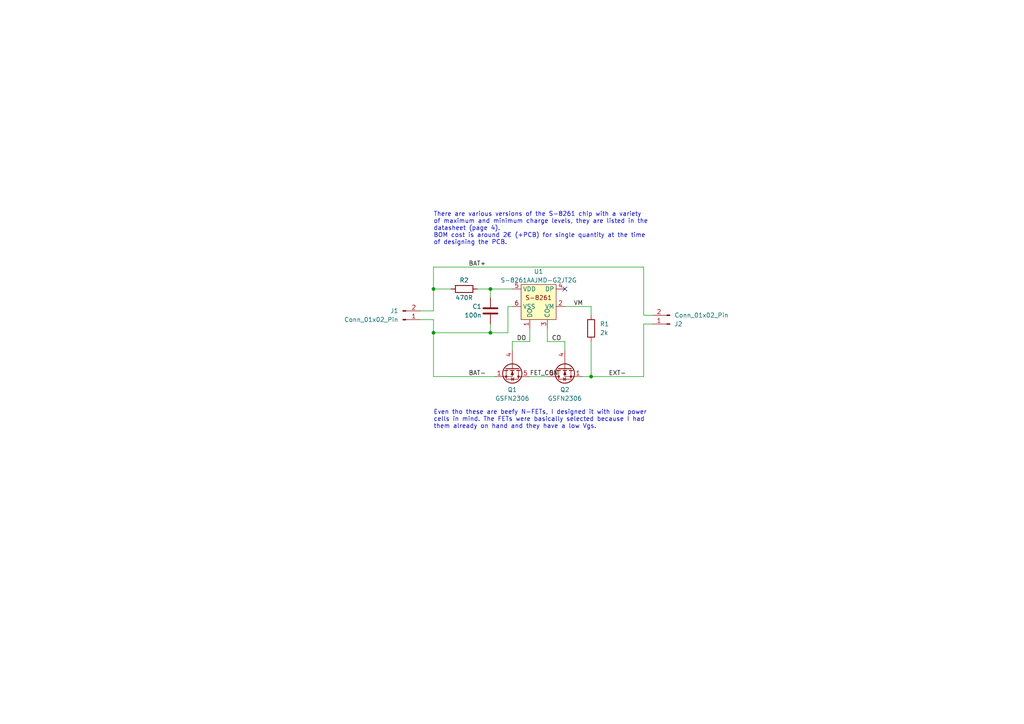
<source format=kicad_sch>
(kicad_sch (version 20230121) (generator eeschema)

  (uuid ccfa7a0a-336f-4443-b430-e012494cd19e)

  (paper "A4")

  (title_block
    (title "battery-protection")
    (date "2023-11-05")
    (rev "2")
    (company "tbe")
    (comment 1 "Can be used to protect small LiPo-cells that sometimes come without a protection-circuit.")
  )

  (lib_symbols
    (symbol "Connector:Conn_01x02_Pin" (pin_names (offset 1.016) hide) (in_bom yes) (on_board yes)
      (property "Reference" "J" (at 0 2.54 0)
        (effects (font (size 1.27 1.27)))
      )
      (property "Value" "Conn_01x02_Pin" (at 0 -5.08 0)
        (effects (font (size 1.27 1.27)))
      )
      (property "Footprint" "" (at 0 0 0)
        (effects (font (size 1.27 1.27)) hide)
      )
      (property "Datasheet" "~" (at 0 0 0)
        (effects (font (size 1.27 1.27)) hide)
      )
      (property "ki_locked" "" (at 0 0 0)
        (effects (font (size 1.27 1.27)))
      )
      (property "ki_keywords" "connector" (at 0 0 0)
        (effects (font (size 1.27 1.27)) hide)
      )
      (property "ki_description" "Generic connector, single row, 01x02, script generated" (at 0 0 0)
        (effects (font (size 1.27 1.27)) hide)
      )
      (property "ki_fp_filters" "Connector*:*_1x??_*" (at 0 0 0)
        (effects (font (size 1.27 1.27)) hide)
      )
      (symbol "Conn_01x02_Pin_1_1"
        (polyline
          (pts
            (xy 1.27 -2.54)
            (xy 0.8636 -2.54)
          )
          (stroke (width 0.1524) (type default))
          (fill (type none))
        )
        (polyline
          (pts
            (xy 1.27 0)
            (xy 0.8636 0)
          )
          (stroke (width 0.1524) (type default))
          (fill (type none))
        )
        (rectangle (start 0.8636 -2.413) (end 0 -2.667)
          (stroke (width 0.1524) (type default))
          (fill (type outline))
        )
        (rectangle (start 0.8636 0.127) (end 0 -0.127)
          (stroke (width 0.1524) (type default))
          (fill (type outline))
        )
        (pin passive line (at 5.08 0 180) (length 3.81)
          (name "Pin_1" (effects (font (size 1.27 1.27))))
          (number "1" (effects (font (size 1.27 1.27))))
        )
        (pin passive line (at 5.08 -2.54 180) (length 3.81)
          (name "Pin_2" (effects (font (size 1.27 1.27))))
          (number "2" (effects (font (size 1.27 1.27))))
        )
      )
    )
    (symbol "Device:C" (pin_numbers hide) (pin_names (offset 0.254)) (in_bom yes) (on_board yes)
      (property "Reference" "C" (at 0.635 2.54 0)
        (effects (font (size 1.27 1.27)) (justify left))
      )
      (property "Value" "C" (at 0.635 -2.54 0)
        (effects (font (size 1.27 1.27)) (justify left))
      )
      (property "Footprint" "" (at 0.9652 -3.81 0)
        (effects (font (size 1.27 1.27)) hide)
      )
      (property "Datasheet" "~" (at 0 0 0)
        (effects (font (size 1.27 1.27)) hide)
      )
      (property "ki_keywords" "cap capacitor" (at 0 0 0)
        (effects (font (size 1.27 1.27)) hide)
      )
      (property "ki_description" "Unpolarized capacitor" (at 0 0 0)
        (effects (font (size 1.27 1.27)) hide)
      )
      (property "ki_fp_filters" "C_*" (at 0 0 0)
        (effects (font (size 1.27 1.27)) hide)
      )
      (symbol "C_0_1"
        (polyline
          (pts
            (xy -2.032 -0.762)
            (xy 2.032 -0.762)
          )
          (stroke (width 0.508) (type default))
          (fill (type none))
        )
        (polyline
          (pts
            (xy -2.032 0.762)
            (xy 2.032 0.762)
          )
          (stroke (width 0.508) (type default))
          (fill (type none))
        )
      )
      (symbol "C_1_1"
        (pin passive line (at 0 3.81 270) (length 2.794)
          (name "~" (effects (font (size 1.27 1.27))))
          (number "1" (effects (font (size 1.27 1.27))))
        )
        (pin passive line (at 0 -3.81 90) (length 2.794)
          (name "~" (effects (font (size 1.27 1.27))))
          (number "2" (effects (font (size 1.27 1.27))))
        )
      )
    )
    (symbol "Device:R" (pin_numbers hide) (pin_names (offset 0)) (in_bom yes) (on_board yes)
      (property "Reference" "R" (at 2.032 0 90)
        (effects (font (size 1.27 1.27)))
      )
      (property "Value" "R" (at 0 0 90)
        (effects (font (size 1.27 1.27)))
      )
      (property "Footprint" "" (at -1.778 0 90)
        (effects (font (size 1.27 1.27)) hide)
      )
      (property "Datasheet" "~" (at 0 0 0)
        (effects (font (size 1.27 1.27)) hide)
      )
      (property "ki_keywords" "R res resistor" (at 0 0 0)
        (effects (font (size 1.27 1.27)) hide)
      )
      (property "ki_description" "Resistor" (at 0 0 0)
        (effects (font (size 1.27 1.27)) hide)
      )
      (property "ki_fp_filters" "R_*" (at 0 0 0)
        (effects (font (size 1.27 1.27)) hide)
      )
      (symbol "R_0_1"
        (rectangle (start -1.016 -2.54) (end 1.016 2.54)
          (stroke (width 0.254) (type default))
          (fill (type none))
        )
      )
      (symbol "R_1_1"
        (pin passive line (at 0 3.81 270) (length 1.27)
          (name "~" (effects (font (size 1.27 1.27))))
          (number "1" (effects (font (size 1.27 1.27))))
        )
        (pin passive line (at 0 -3.81 90) (length 1.27)
          (name "~" (effects (font (size 1.27 1.27))))
          (number "2" (effects (font (size 1.27 1.27))))
        )
      )
    )
    (symbol "S-8261:S-8261" (in_bom yes) (on_board yes)
      (property "Reference" "U" (at 0 3.81 0)
        (effects (font (size 1.27 1.27)))
      )
      (property "Value" "" (at 0 0 0)
        (effects (font (size 1.27 1.27)))
      )
      (property "Footprint" "" (at 0 0 0)
        (effects (font (size 1.27 1.27)) hide)
      )
      (property "Datasheet" "" (at 0 0 0)
        (effects (font (size 1.27 1.27)) hide)
      )
      (symbol "S-8261_1_1"
        (rectangle (start -5.08 2.54) (end 5.08 -7.62)
          (stroke (width 0) (type default))
          (fill (type background))
        )
        (text "S-8261" (at 0 -1.27 0)
          (effects (font (size 1.27 1.27)))
        )
        (pin passive line (at -2.54 -10.16 90) (length 2.54)
          (name "DO" (effects (font (size 1.27 1.27))))
          (number "1" (effects (font (size 1.27 1.27))))
        )
        (pin passive line (at 7.62 -3.81 180) (length 2.54)
          (name "VM" (effects (font (size 1.27 1.27))))
          (number "2" (effects (font (size 1.27 1.27))))
        )
        (pin passive line (at 2.54 -10.16 90) (length 2.54)
          (name "CO" (effects (font (size 1.27 1.27))))
          (number "3" (effects (font (size 1.27 1.27))))
        )
        (pin passive line (at 7.62 1.27 180) (length 2.54)
          (name "DP" (effects (font (size 1.27 1.27))))
          (number "4" (effects (font (size 1.27 1.27))))
        )
        (pin passive line (at -7.62 1.27 0) (length 2.54)
          (name "VDD" (effects (font (size 1.27 1.27))))
          (number "5" (effects (font (size 1.27 1.27))))
        )
        (pin passive line (at -7.62 -3.81 0) (length 2.54)
          (name "VSS" (effects (font (size 1.27 1.27))))
          (number "6" (effects (font (size 1.27 1.27))))
        )
      )
    )
    (symbol "Transistor_FET:CSD19537Q3" (pin_names hide) (in_bom yes) (on_board yes)
      (property "Reference" "Q" (at 5.08 1.905 0)
        (effects (font (size 1.27 1.27)) (justify left))
      )
      (property "Value" "CSD19537Q3" (at 5.08 0 0)
        (effects (font (size 1.27 1.27)) (justify left))
      )
      (property "Footprint" "Package_SON:VSON-8_3.3x3.3mm_P0.65mm_NexFET" (at 5.08 -1.905 0)
        (effects (font (size 1.27 1.27) italic) (justify left) hide)
      )
      (property "Datasheet" "http://www.ti.com/lit/ds/symlink/csd19537q3.pdf" (at 0 0 90)
        (effects (font (size 1.27 1.27)) (justify left) hide)
      )
      (property "ki_keywords" "NexFET Power MOSFET N-MOS" (at 0 0 0)
        (effects (font (size 1.27 1.27)) hide)
      )
      (property "ki_description" "50A Id, 100V Vds, NexFET N-Channel Power MOSFET, 13mOhm Ron, Qg Typ 16.0nC, VSON8 3.3x3.3mm" (at 0 0 0)
        (effects (font (size 1.27 1.27)) hide)
      )
      (property "ki_fp_filters" "VSON*3.3x3.3mm*P0.65mm*NexFET*" (at 0 0 0)
        (effects (font (size 1.27 1.27)) hide)
      )
      (symbol "CSD19537Q3_0_1"
        (polyline
          (pts
            (xy 0.254 0)
            (xy -2.54 0)
          )
          (stroke (width 0) (type default))
          (fill (type none))
        )
        (polyline
          (pts
            (xy 0.254 1.905)
            (xy 0.254 -1.905)
          )
          (stroke (width 0.254) (type default))
          (fill (type none))
        )
        (polyline
          (pts
            (xy 0.762 -1.27)
            (xy 0.762 -2.286)
          )
          (stroke (width 0.254) (type default))
          (fill (type none))
        )
        (polyline
          (pts
            (xy 0.762 0.508)
            (xy 0.762 -0.508)
          )
          (stroke (width 0.254) (type default))
          (fill (type none))
        )
        (polyline
          (pts
            (xy 0.762 2.286)
            (xy 0.762 1.27)
          )
          (stroke (width 0.254) (type default))
          (fill (type none))
        )
        (polyline
          (pts
            (xy 2.54 2.54)
            (xy 2.54 1.778)
          )
          (stroke (width 0) (type default))
          (fill (type none))
        )
        (polyline
          (pts
            (xy 2.54 -2.54)
            (xy 2.54 0)
            (xy 0.762 0)
          )
          (stroke (width 0) (type default))
          (fill (type none))
        )
        (polyline
          (pts
            (xy 0.762 -1.778)
            (xy 3.302 -1.778)
            (xy 3.302 1.778)
            (xy 0.762 1.778)
          )
          (stroke (width 0) (type default))
          (fill (type none))
        )
        (polyline
          (pts
            (xy 1.016 0)
            (xy 2.032 0.381)
            (xy 2.032 -0.381)
            (xy 1.016 0)
          )
          (stroke (width 0) (type default))
          (fill (type outline))
        )
        (polyline
          (pts
            (xy 2.794 0.508)
            (xy 2.921 0.381)
            (xy 3.683 0.381)
            (xy 3.81 0.254)
          )
          (stroke (width 0) (type default))
          (fill (type none))
        )
        (polyline
          (pts
            (xy 3.302 0.381)
            (xy 2.921 -0.254)
            (xy 3.683 -0.254)
            (xy 3.302 0.381)
          )
          (stroke (width 0) (type default))
          (fill (type none))
        )
        (circle (center 1.651 0) (radius 2.794)
          (stroke (width 0.254) (type default))
          (fill (type none))
        )
        (circle (center 2.54 -1.778) (radius 0.254)
          (stroke (width 0) (type default))
          (fill (type outline))
        )
        (circle (center 2.54 1.778) (radius 0.254)
          (stroke (width 0) (type default))
          (fill (type outline))
        )
      )
      (symbol "CSD19537Q3_1_1"
        (pin passive line (at 2.54 -5.08 90) (length 2.54)
          (name "S" (effects (font (size 1.27 1.27))))
          (number "1" (effects (font (size 1.27 1.27))))
        )
        (pin passive line (at 2.54 -5.08 90) (length 2.54) hide
          (name "S" (effects (font (size 1.27 1.27))))
          (number "2" (effects (font (size 1.27 1.27))))
        )
        (pin passive line (at 2.54 -5.08 90) (length 2.54) hide
          (name "S" (effects (font (size 1.27 1.27))))
          (number "3" (effects (font (size 1.27 1.27))))
        )
        (pin passive line (at -5.08 0 0) (length 2.54)
          (name "G" (effects (font (size 1.27 1.27))))
          (number "4" (effects (font (size 1.27 1.27))))
        )
        (pin passive line (at 2.54 5.08 270) (length 2.54)
          (name "D" (effects (font (size 1.27 1.27))))
          (number "5" (effects (font (size 1.27 1.27))))
        )
      )
    )
  )

  (junction (at 142.24 96.52) (diameter 0) (color 0 0 0 0)
    (uuid 276ed89f-8949-4ce4-b003-065878905544)
  )
  (junction (at 171.45 109.22) (diameter 0) (color 0 0 0 0)
    (uuid 7f8247b6-643c-4fa3-99ad-dd1942abfb10)
  )
  (junction (at 125.73 96.52) (diameter 0) (color 0 0 0 0)
    (uuid 953d108a-b11f-4121-bf03-231cea101729)
  )
  (junction (at 142.24 83.82) (diameter 0) (color 0 0 0 0)
    (uuid 971d2ebd-88d8-48c6-b8c5-0971bc933a45)
  )
  (junction (at 125.73 83.82) (diameter 0) (color 0 0 0 0)
    (uuid d3511ce8-fd2f-4f3a-aa2a-6ce3bdb10f49)
  )

  (no_connect (at 163.83 83.82) (uuid 0c239c3d-1d12-4f05-b674-1c51c7b654a9))

  (wire (pts (xy 168.91 109.22) (xy 171.45 109.22))
    (stroke (width 0) (type default))
    (uuid 05cf60c7-bafa-4468-8cd9-fe37f3c67a6e)
  )
  (wire (pts (xy 148.59 99.06) (xy 148.59 101.6))
    (stroke (width 0) (type default))
    (uuid 067206ae-ecb2-4063-81da-40827c0cf076)
  )
  (wire (pts (xy 125.73 92.71) (xy 121.92 92.71))
    (stroke (width 0) (type default))
    (uuid 07ff793a-22dd-434f-b322-a97c214367b9)
  )
  (wire (pts (xy 125.73 109.22) (xy 143.51 109.22))
    (stroke (width 0) (type default))
    (uuid 12c70910-4ec1-419d-b745-8b0e09103912)
  )
  (wire (pts (xy 125.73 90.17) (xy 121.92 90.17))
    (stroke (width 0) (type default))
    (uuid 1dde8bb1-d790-4da7-8f04-acf0aaa0dc4d)
  )
  (wire (pts (xy 189.23 91.44) (xy 186.69 91.44))
    (stroke (width 0) (type default))
    (uuid 22b670fc-907e-4b92-a9da-e2713e3ea588)
  )
  (wire (pts (xy 153.67 99.06) (xy 148.59 99.06))
    (stroke (width 0) (type default))
    (uuid 2f56f53b-b27b-4433-aee9-6ec4f2c9281c)
  )
  (wire (pts (xy 163.83 88.9) (xy 171.45 88.9))
    (stroke (width 0) (type default))
    (uuid 34e77a3e-6705-4034-8130-7a730e9ac1df)
  )
  (wire (pts (xy 142.24 83.82) (xy 148.59 83.82))
    (stroke (width 0) (type default))
    (uuid 4bbe41ea-3b4c-49f8-9374-1f3760c54fd5)
  )
  (wire (pts (xy 147.32 88.9) (xy 147.32 96.52))
    (stroke (width 0) (type default))
    (uuid 4d723c3b-eb82-4f28-aa0e-96445e882e98)
  )
  (wire (pts (xy 153.67 95.25) (xy 153.67 99.06))
    (stroke (width 0) (type default))
    (uuid 51bc56f7-aa4a-469f-a369-f5d74891ee5e)
  )
  (wire (pts (xy 142.24 93.98) (xy 142.24 96.52))
    (stroke (width 0) (type default))
    (uuid 604679a0-cb8e-40a5-b733-813a99200a50)
  )
  (wire (pts (xy 171.45 109.22) (xy 186.69 109.22))
    (stroke (width 0) (type default))
    (uuid 67c11b14-b788-453b-af5c-5861271f738d)
  )
  (wire (pts (xy 142.24 83.82) (xy 142.24 86.36))
    (stroke (width 0) (type default))
    (uuid 6c5d713d-3ee6-4a73-a894-a6fa25ce96af)
  )
  (wire (pts (xy 153.67 109.22) (xy 158.75 109.22))
    (stroke (width 0) (type default))
    (uuid 7082a1e9-df55-492b-ad02-683ef1f8cad8)
  )
  (wire (pts (xy 186.69 77.47) (xy 125.73 77.47))
    (stroke (width 0) (type default))
    (uuid 8c1b5048-44fc-4684-b91a-ef3fbbf3fc30)
  )
  (wire (pts (xy 125.73 83.82) (xy 125.73 90.17))
    (stroke (width 0) (type default))
    (uuid 8fa9105d-d829-4f85-a21b-0398883e6855)
  )
  (wire (pts (xy 125.73 92.71) (xy 125.73 96.52))
    (stroke (width 0) (type default))
    (uuid 96c419bc-faad-41ed-9f54-7a5f9c7b3182)
  )
  (wire (pts (xy 125.73 96.52) (xy 125.73 109.22))
    (stroke (width 0) (type default))
    (uuid 9725fbe0-c3e4-4fc6-a634-28dd4de75c81)
  )
  (wire (pts (xy 138.43 83.82) (xy 142.24 83.82))
    (stroke (width 0) (type default))
    (uuid 9c04f64d-567e-454e-85a1-4b72753cd079)
  )
  (wire (pts (xy 158.75 99.06) (xy 163.83 99.06))
    (stroke (width 0) (type default))
    (uuid 9e10b4a8-342a-4081-a9ec-083dd68edbcf)
  )
  (wire (pts (xy 171.45 99.06) (xy 171.45 109.22))
    (stroke (width 0) (type default))
    (uuid a3739e3a-fd1e-4217-ba36-e6d973d4af0d)
  )
  (wire (pts (xy 158.75 95.25) (xy 158.75 99.06))
    (stroke (width 0) (type default))
    (uuid aab3e065-1fc9-4616-a4a8-68ae194acdf9)
  )
  (wire (pts (xy 125.73 77.47) (xy 125.73 83.82))
    (stroke (width 0) (type default))
    (uuid d5e8e6f7-a0c2-4c90-8c70-5b08c0a94e2a)
  )
  (wire (pts (xy 186.69 109.22) (xy 186.69 93.98))
    (stroke (width 0) (type default))
    (uuid daad7461-be57-4d23-bcf9-86edc9a5c59e)
  )
  (wire (pts (xy 186.69 93.98) (xy 189.23 93.98))
    (stroke (width 0) (type default))
    (uuid dd03b9bb-4779-41d4-81e8-1b967bc40282)
  )
  (wire (pts (xy 163.83 99.06) (xy 163.83 101.6))
    (stroke (width 0) (type default))
    (uuid e0a627e1-afc1-43d4-87db-7336a11d629a)
  )
  (wire (pts (xy 148.59 88.9) (xy 147.32 88.9))
    (stroke (width 0) (type default))
    (uuid e2ba4e1f-4719-40e0-96ca-6f6a755f36e0)
  )
  (wire (pts (xy 125.73 83.82) (xy 130.81 83.82))
    (stroke (width 0) (type default))
    (uuid e4cfb5ed-9d11-4249-b38b-02509182a858)
  )
  (wire (pts (xy 125.73 96.52) (xy 142.24 96.52))
    (stroke (width 0) (type default))
    (uuid e84e966e-d475-432d-a4e1-b2611e05aaaa)
  )
  (wire (pts (xy 186.69 91.44) (xy 186.69 77.47))
    (stroke (width 0) (type default))
    (uuid ef1537cc-882d-479d-933d-70b52512dd14)
  )
  (wire (pts (xy 171.45 88.9) (xy 171.45 91.44))
    (stroke (width 0) (type default))
    (uuid f2704b20-c5ac-47ea-9b80-1aced683428a)
  )
  (wire (pts (xy 147.32 96.52) (xy 142.24 96.52))
    (stroke (width 0) (type default))
    (uuid fd464c2f-68c6-444f-82fc-9fca77a2008d)
  )

  (text "Even tho these are beefy N-FETs, I designed it with low power\ncells in mind. The FETs were basically selected because I had\nthem already on hand and they have a low Vgs."
    (at 125.73 124.46 0)
    (effects (font (size 1.27 1.27)) (justify left bottom))
    (uuid 25157cc1-4038-4ce0-bd51-08423da77431)
  )
  (text "There are various versions of the S-8261 chip with a variety\nof maximum and minimum charge levels, they are listed in the\ndatasheet (page 4). \nBOM cost is around 2€ (+PCB) for single quantity at the time\nof designing the PCB."
    (at 125.73 71.12 0)
    (effects (font (size 1.27 1.27)) (justify left bottom))
    (uuid e42b471b-fed4-464c-b3ba-f41396cbc35b)
  )

  (label "FET_CON" (at 153.67 109.22 0) (fields_autoplaced)
    (effects (font (size 1.27 1.27)) (justify left bottom))
    (uuid 021de40a-915d-4bff-ab38-4aa344e4231f)
  )
  (label "VM" (at 166.37 88.9 0) (fields_autoplaced)
    (effects (font (size 1.27 1.27)) (justify left bottom))
    (uuid 27e962de-e447-4de1-921a-49638135d4de)
  )
  (label "EXT-" (at 176.53 109.22 0) (fields_autoplaced)
    (effects (font (size 1.27 1.27)) (justify left bottom))
    (uuid 4a5df3f3-ecf3-42c8-a3d5-414f1325d26b)
  )
  (label "DO" (at 149.86 99.06 0) (fields_autoplaced)
    (effects (font (size 1.27 1.27)) (justify left bottom))
    (uuid 527ea0ea-3bd4-43aa-8430-e9f1cb768019)
  )
  (label "BAT+" (at 135.89 77.47 0) (fields_autoplaced)
    (effects (font (size 1.27 1.27)) (justify left bottom))
    (uuid 6664ceda-8aaf-4bd5-9133-55251512bbe7)
  )
  (label "BAT-" (at 135.89 109.22 0) (fields_autoplaced)
    (effects (font (size 1.27 1.27)) (justify left bottom))
    (uuid c2a13ca7-eecf-466a-a9f4-fa6ba75092dd)
  )
  (label "CO" (at 160.02 99.06 0) (fields_autoplaced)
    (effects (font (size 1.27 1.27)) (justify left bottom))
    (uuid f600decf-55cc-45ff-81b5-2a6d0de97322)
  )

  (symbol (lib_id "Device:C") (at 142.24 90.17 0) (mirror y) (unit 1)
    (in_bom yes) (on_board yes) (dnp no)
    (uuid 1541d328-869f-4823-928e-1c4bbbeeb4ba)
    (property "Reference" "C1" (at 139.7 88.9 0)
      (effects (font (size 1.27 1.27)) (justify left))
    )
    (property "Value" "100n" (at 139.7 91.44 0)
      (effects (font (size 1.27 1.27)) (justify left))
    )
    (property "Footprint" "Capacitor_SMD:C_0603_1608Metric" (at 141.2748 93.98 0)
      (effects (font (size 1.27 1.27)) hide)
    )
    (property "Datasheet" "~" (at 142.24 90.17 0)
      (effects (font (size 1.27 1.27)) hide)
    )
    (pin "1" (uuid fa6709e4-fd27-4b86-bef4-ca6e23ab7f4f))
    (pin "2" (uuid 8ca8b94e-6f5f-4398-afde-417f58fb429f))
    (instances
      (project "battery-protection"
        (path "/ccfa7a0a-336f-4443-b430-e012494cd19e"
          (reference "C1") (unit 1)
        )
      )
    )
  )

  (symbol (lib_id "Transistor_FET:CSD19537Q3") (at 148.59 106.68 270) (unit 1)
    (in_bom yes) (on_board yes) (dnp no) (fields_autoplaced)
    (uuid 24f86515-18be-4062-9d3a-d5fac3e792ba)
    (property "Reference" "Q1" (at 148.59 113.03 90)
      (effects (font (size 1.27 1.27)))
    )
    (property "Value" "GSFN2306" (at 148.59 115.57 90)
      (effects (font (size 1.27 1.27)))
    )
    (property "Footprint" "Package_SON:VSON-8_3.3x3.3mm_P0.65mm_NexFET" (at 146.685 111.76 0)
      (effects (font (size 1.27 1.27) italic) (justify left) hide)
    )
    (property "Datasheet" "https://goodarksemi.com/docs/datasheets/mosfets/GSFN2306.pdf" (at 148.59 106.68 90)
      (effects (font (size 1.27 1.27)) (justify left) hide)
    )
    (pin "1" (uuid f70fcaa5-3358-48a7-a27c-c13866a7c44d))
    (pin "2" (uuid 800a545a-931b-4e0f-a81a-eafa1b6599f5))
    (pin "3" (uuid 91e4df6d-e503-4422-869a-625d8bbdc058))
    (pin "4" (uuid f83734a7-c625-4319-85a0-e319ad570fd9))
    (pin "5" (uuid ffc6f330-93e9-49b5-bafb-e543ffc78eb6))
    (instances
      (project "battery-protection"
        (path "/ccfa7a0a-336f-4443-b430-e012494cd19e"
          (reference "Q1") (unit 1)
        )
      )
    )
  )

  (symbol (lib_id "Connector:Conn_01x02_Pin") (at 116.84 92.71 0) (mirror x) (unit 1)
    (in_bom yes) (on_board yes) (dnp no) (fields_autoplaced)
    (uuid 5383760e-4e43-4d67-9504-913b3609bb25)
    (property "Reference" "J1" (at 115.57 90.17 0)
      (effects (font (size 1.27 1.27)) (justify right))
    )
    (property "Value" "Conn_01x02_Pin" (at 115.57 92.71 0)
      (effects (font (size 1.27 1.27)) (justify right))
    )
    (property "Footprint" "" (at 116.84 92.71 0)
      (effects (font (size 1.27 1.27)) hide)
    )
    (property "Datasheet" "~" (at 116.84 92.71 0)
      (effects (font (size 1.27 1.27)) hide)
    )
    (pin "1" (uuid 42c91335-1f57-4504-a4b3-39cc351ed939))
    (pin "2" (uuid c77387c5-2bba-49c7-af3d-13dd456cffb6))
    (instances
      (project "battery-protection"
        (path "/ccfa7a0a-336f-4443-b430-e012494cd19e"
          (reference "J1") (unit 1)
        )
      )
    )
  )

  (symbol (lib_id "Connector:Conn_01x02_Pin") (at 194.31 93.98 180) (unit 1)
    (in_bom yes) (on_board yes) (dnp no)
    (uuid 73146dbc-9c0d-40c5-a7d6-4af09562a1f8)
    (property "Reference" "J2" (at 195.58 93.98 0)
      (effects (font (size 1.27 1.27)) (justify right))
    )
    (property "Value" "Conn_01x02_Pin" (at 195.58 91.44 0)
      (effects (font (size 1.27 1.27)) (justify right))
    )
    (property "Footprint" "Connector_PinHeader_2.00mm:PinHeader_1x02_P2.00mm_Vertical" (at 194.31 93.98 0)
      (effects (font (size 1.27 1.27)) hide)
    )
    (property "Datasheet" "~" (at 194.31 93.98 0)
      (effects (font (size 1.27 1.27)) hide)
    )
    (pin "1" (uuid aaf5d8c9-4d29-46d5-bbd0-c8d6a64d2ebb))
    (pin "2" (uuid e8f13aee-a4bc-42a4-b30f-f8cca347cd87))
    (instances
      (project "battery-protection"
        (path "/ccfa7a0a-336f-4443-b430-e012494cd19e"
          (reference "J2") (unit 1)
        )
      )
    )
  )

  (symbol (lib_id "S-8261:S-8261") (at 156.21 85.09 0) (unit 1)
    (in_bom yes) (on_board yes) (dnp no)
    (uuid 7e7c606e-421c-423d-8175-d2ea2a9b222e)
    (property "Reference" "U1" (at 156.21 78.74 0)
      (effects (font (size 1.27 1.27)))
    )
    (property "Value" "S-8261AAJMD-G2JT2G\n" (at 156.21 81.28 0)
      (effects (font (size 1.27 1.27)))
    )
    (property "Footprint" "Package_TO_SOT_SMD:TSOT-23-6" (at 156.21 85.09 0)
      (effects (font (size 1.27 1.27)) hide)
    )
    (property "Datasheet" "https://www.ablic.com/en/doc/datasheet/battery_protection/S8261_E.pdf" (at 156.21 85.09 0)
      (effects (font (size 1.27 1.27)) hide)
    )
    (pin "1" (uuid 5c7cc52c-57a4-43af-8e51-744c8ed5c059))
    (pin "2" (uuid ef419770-fd28-4629-bf68-e980909a5aea))
    (pin "3" (uuid 26169768-00b0-49d8-a031-9ebdb35a8658))
    (pin "4" (uuid 56558e7a-917c-48c7-a037-fed4d1cc32bf))
    (pin "5" (uuid 6c8eabb7-cbd3-4c60-aa1c-1647a2af3825))
    (pin "6" (uuid 5997f9f7-58c6-4aa6-861f-7a4b40baf071))
    (instances
      (project "battery-protection"
        (path "/ccfa7a0a-336f-4443-b430-e012494cd19e"
          (reference "U1") (unit 1)
        )
      )
    )
  )

  (symbol (lib_id "Device:R") (at 134.62 83.82 90) (unit 1)
    (in_bom yes) (on_board yes) (dnp no)
    (uuid d07d5b0e-b1f8-4571-af25-b39b38f54b4d)
    (property "Reference" "R2" (at 134.62 81.28 90)
      (effects (font (size 1.27 1.27)))
    )
    (property "Value" "470R" (at 134.62 86.36 90)
      (effects (font (size 1.27 1.27)))
    )
    (property "Footprint" "Resistor_SMD:R_0603_1608Metric" (at 134.62 85.598 90)
      (effects (font (size 1.27 1.27)) hide)
    )
    (property "Datasheet" "~" (at 134.62 83.82 0)
      (effects (font (size 1.27 1.27)) hide)
    )
    (pin "1" (uuid a16720de-7662-49e0-b90e-45208dcb7173))
    (pin "2" (uuid 5131b998-e3ee-4a79-8569-7a1b9c90b8a1))
    (instances
      (project "battery-protection"
        (path "/ccfa7a0a-336f-4443-b430-e012494cd19e"
          (reference "R2") (unit 1)
        )
      )
    )
  )

  (symbol (lib_id "Device:R") (at 171.45 95.25 0) (unit 1)
    (in_bom yes) (on_board yes) (dnp no) (fields_autoplaced)
    (uuid f265cee0-709d-473e-baa6-ba38ee5667f4)
    (property "Reference" "R1" (at 173.99 93.98 0)
      (effects (font (size 1.27 1.27)) (justify left))
    )
    (property "Value" "2k" (at 173.99 96.52 0)
      (effects (font (size 1.27 1.27)) (justify left))
    )
    (property "Footprint" "Resistor_SMD:R_0603_1608Metric" (at 169.672 95.25 90)
      (effects (font (size 1.27 1.27)) hide)
    )
    (property "Datasheet" "~" (at 171.45 95.25 0)
      (effects (font (size 1.27 1.27)) hide)
    )
    (pin "1" (uuid 9b4bc77b-021f-4192-a611-bce374a4954f))
    (pin "2" (uuid efb8e45e-2064-4f10-b034-52fe0d679822))
    (instances
      (project "battery-protection"
        (path "/ccfa7a0a-336f-4443-b430-e012494cd19e"
          (reference "R1") (unit 1)
        )
      )
    )
  )

  (symbol (lib_id "Transistor_FET:CSD19537Q3") (at 163.83 106.68 90) (mirror x) (unit 1)
    (in_bom yes) (on_board yes) (dnp no)
    (uuid fda2b624-415c-4fac-99e4-b10e4abac92f)
    (property "Reference" "Q2" (at 163.83 113.03 90)
      (effects (font (size 1.27 1.27)))
    )
    (property "Value" "GSFN2306" (at 163.83 115.57 90)
      (effects (font (size 1.27 1.27)))
    )
    (property "Footprint" "Package_SON:VSON-8_3.3x3.3mm_P0.65mm_NexFET" (at 165.735 111.76 0)
      (effects (font (size 1.27 1.27) italic) (justify left) hide)
    )
    (property "Datasheet" "https://goodarksemi.com/docs/datasheets/mosfets/GSFN2306.pdf" (at 163.83 106.68 90)
      (effects (font (size 1.27 1.27)) (justify left) hide)
    )
    (pin "1" (uuid 5ba67bbc-040e-449a-bc48-3330f0a04316))
    (pin "2" (uuid 66e2a6dc-8c4d-4df1-9b1e-03311c577a60))
    (pin "3" (uuid 3ea14da1-2dcb-49df-a8d8-6e7757033cce))
    (pin "4" (uuid 27b9433c-4c6e-481e-be8c-7a2789f95819))
    (pin "5" (uuid aca4d12a-d8bf-49c2-aab9-49997c12e021))
    (instances
      (project "battery-protection"
        (path "/ccfa7a0a-336f-4443-b430-e012494cd19e"
          (reference "Q2") (unit 1)
        )
      )
    )
  )

  (sheet_instances
    (path "/" (page "1"))
  )
)

</source>
